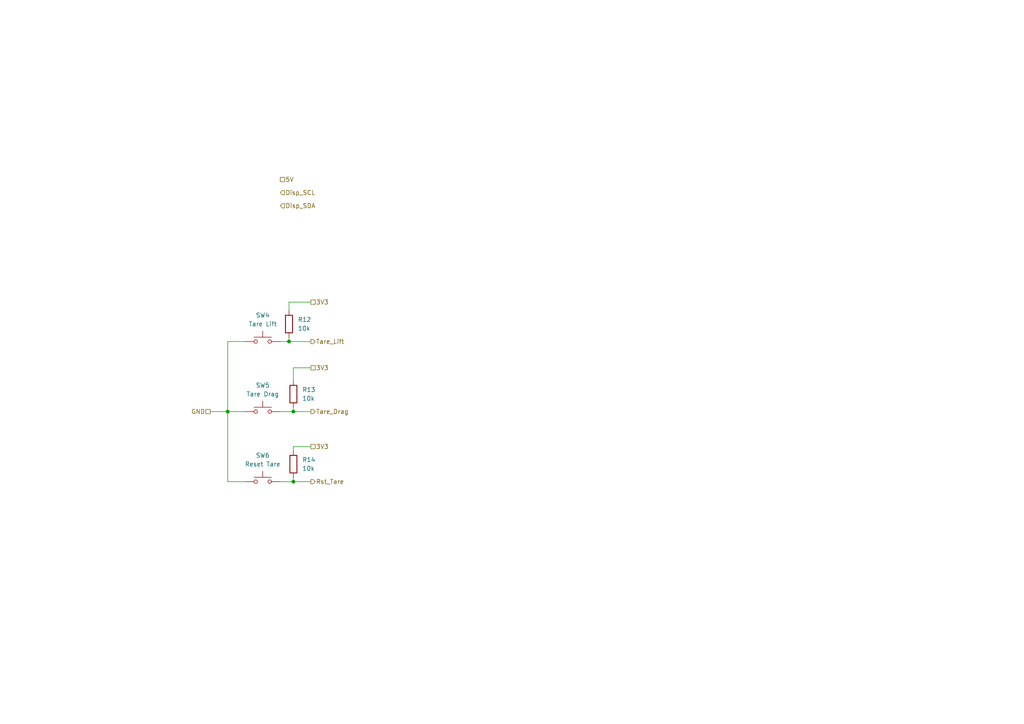
<source format=kicad_sch>
(kicad_sch (version 20231120) (generator "eeschema") (generator_version "8.0")
  (paper "A4")
  (title_block (title "Schematic for wind tunnel measurement system") (rev "0.2.0") (company "Reykjavik University"))
  (lib_symbols
    (symbol "Device:R" (pin_numbers hide) (pin_names (offset 0))
      (property "Reference" "R" (at 2.032 0 90))
      (property "Value" "R" (at 0 0 90))
      (symbol "R_0_1"
        (rectangle (start -1.016 -2.54) (end 1.016 2.54) (stroke (width 0.254)))
      )
      (symbol "R_1_1"
        (pin passive line (at 0 3.81 270) (length 1.27) (name "~") (number "1"))
        (pin passive line (at 0 -3.81 90) (length 1.27) (name "~") (number "2"))
      )
    )
    (symbol "Switch:SW_MEC_5G" (pin_numbers hide) (pin_names (offset 1.016) hide)
      (property "Reference" "SW" (at 1.27 2.54 0))
      (property "Value" "SW_MEC_5G" (at 0 -1.524 0))
      (symbol "SW_MEC_5G_0_1"
        (circle (center -2.032 0) (radius 0.508))
        (polyline (pts (xy 0 1.27) (xy 0 3.048)))
        (polyline (pts (xy 2.54 1.27) (xy -2.54 1.27)))
        (circle (center 2.032 0) (radius 0.508))
        (pin passive line (at -5.08 0 0) (length 2.54) (name "A") (number "1"))
        (pin passive line (at 5.08 0 180) (length 2.54) (name "B") (number "3"))
      )
      (symbol "SW_MEC_5G_1_1"
        (pin passive line (at -5.08 0 0) (length 2.54) hide (name "A") (number "2"))
        (pin passive line (at 5.08 0 180) (length 2.54) hide (name "B") (number "4"))
      )
    )
  )
  (junction (at 85.09 139.7))
  (junction (at 85.09 119.38))
  (junction (at 66.04 119.38))
  (junction (at 83.82 99.06))
  (wire (pts (xy 71.12 99.06) (xy 66.04 99.06)))
  (wire (pts (xy 66.04 119.38) (xy 60.96 119.38)))
  (wire (pts (xy 85.09 129.54) (xy 85.09 130.81)))
  (wire (pts (xy 81.28 119.38) (xy 85.09 119.38)))
  (wire (pts (xy 81.28 99.06) (xy 83.82 99.06)))
  (wire (pts (xy 71.12 139.7) (xy 66.04 139.7)))
  (wire (pts (xy 83.82 87.63) (xy 83.82 90.17)))
  (wire (pts (xy 90.17 129.54) (xy 85.09 129.54)))
  (wire (pts (xy 85.09 139.7) (xy 85.09 138.43)))
  (wire (pts (xy 90.17 87.63) (xy 83.82 87.63)))
  (wire (pts (xy 83.82 99.06) (xy 90.17 99.06)))
  (wire (pts (xy 66.04 119.38) (xy 66.04 139.7)))
  (wire (pts (xy 85.09 139.7) (xy 90.17 139.7)))
  (wire (pts (xy 85.09 106.68) (xy 85.09 110.49)))
  (wire (pts (xy 66.04 99.06) (xy 66.04 119.38)))
  (wire (pts (xy 85.09 119.38) (xy 85.09 118.11)))
  (wire (pts (xy 83.82 99.06) (xy 83.82 97.79)))
  (wire (pts (xy 81.28 139.7) (xy 85.09 139.7)))
  (wire (pts (xy 90.17 106.68) (xy 85.09 106.68)))
  (wire (pts (xy 71.12 119.38) (xy 66.04 119.38)))
  (wire (pts (xy 85.09 119.38) (xy 90.17 119.38)))
  (hierarchical_label "Tare_Lift" (shape output) (at 90.17 99.06 0))
  (hierarchical_label "Disp_SCL" (shape input) (at 81.28 55.88 0))
  (hierarchical_label "3V3" (shape passive) (at 90.17 87.63 0))
  (hierarchical_label "5V" (shape passive) (at 81.28 52.07 0))
  (hierarchical_label "Rst_Tare" (shape output) (at 90.17 139.7 0))
  (hierarchical_label "Tare_Drag" (shape output) (at 90.17 119.38 0))
  (hierarchical_label "GND" (shape passive) (at 60.96 119.38 180))
  (hierarchical_label "Disp_SDA" (shape input) (at 81.28 59.69 0))
  (hierarchical_label "3V3" (shape passive) (at 90.17 106.68 0))
  (hierarchical_label "3V3" (shape passive) (at 90.17 129.54 0))
  (symbol (lib_id "Device:R") (at 85.09 134.62 0) (unit 1) (on_board no)
    (property "Reference" "R14" (at 87.63 133.3499 0) (effects (justify left)))
    (property "Value" "10k" (at 87.63 135.8899 0) (effects (justify left)))
    (property "Description" "Resistor" (effects (hide yes)))
  )
  (symbol (lib_id "Switch:SW_MEC_5G") (at 76.2 99.06 0) (unit 1) (on_board no)
    (property "Reference" "SW4" (at 76.2 91.44 0))
    (property "Value" "Tare Lift" (at 76.2 93.98 0))
    (property "Datasheet" "http://www.apem.com/int/index.php?controller=attachment&id_attachment=488" (effects (hide yes)))
    (property "Description" "MEC 5G single pole normally-open tactile switch" (effects (hide yes)))
  )
  (symbol (lib_id "Switch:SW_MEC_5G") (at 76.2 139.7 0) (unit 1) (on_board no)
    (property "Reference" "SW6" (at 76.2 132.08 0))
    (property "Value" "Reset Tare" (at 76.2 134.62 0))
    (property "Datasheet" "http://www.apem.com/int/index.php?controller=attachment&id_attachment=488" (effects (hide yes)))
    (property "Description" "MEC 5G single pole normally-open tactile switch" (effects (hide yes)))
  )
  (symbol (lib_id "Device:R") (at 85.09 114.3 0) (unit 1) (on_board no)
    (property "Reference" "R13" (at 87.63 113.0299 0) (effects (justify left)))
    (property "Value" "10k" (at 87.63 115.5699 0) (effects (justify left)))
    (property "Description" "Resistor" (effects (hide yes)))
  )
  (symbol (lib_id "Device:R") (at 83.82 93.98 0) (unit 1) (on_board no)
    (property "Reference" "R12" (at 86.36 92.7099 0) (effects (justify left)))
    (property "Value" "10k" (at 86.36 95.2499 0) (effects (justify left)))
    (property "Description" "Resistor" (effects (hide yes)))
  )
  (symbol (lib_id "Switch:SW_MEC_5G") (at 76.2 119.38 0) (unit 1) (on_board no)
    (property "Reference" "SW5" (at 76.2 111.76 0))
    (property "Value" "Tare Drag" (at 76.2 114.3 0))
    (property "Datasheet" "http://www.apem.com/int/index.php?controller=attachment&id_attachment=488" (effects (hide yes)))
    (property "Description" "MEC 5G single pole normally-open tactile switch" (effects (hide yes)))
  )
)
</source>
